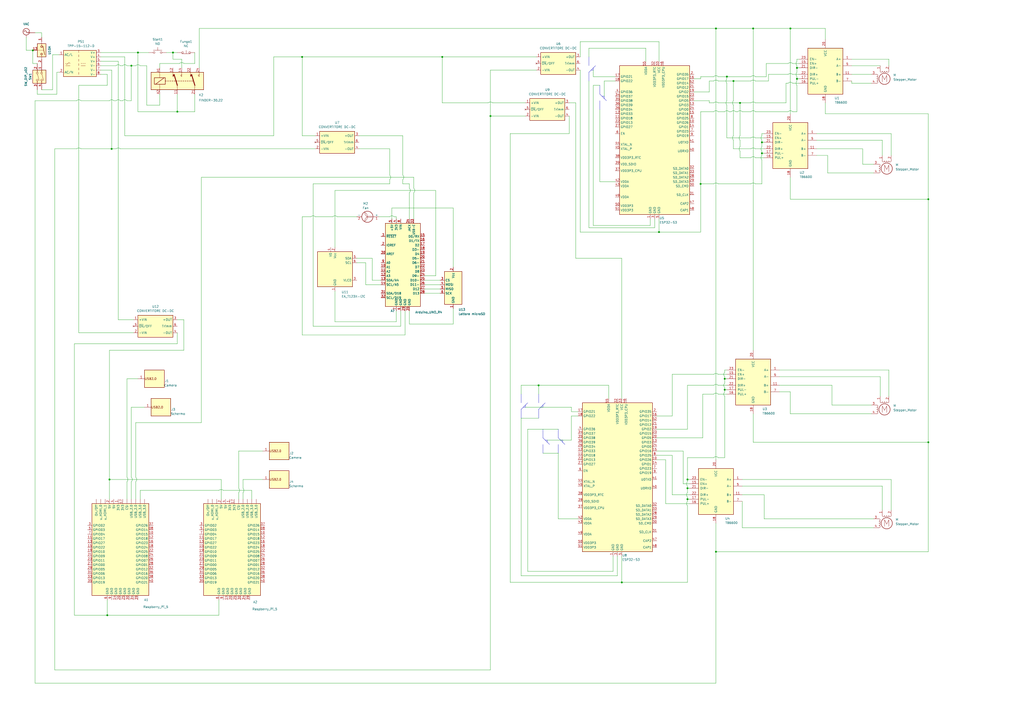
<source format=kicad_sch>
(kicad_sch (version 20231120) (generator "eeschema") (generator_version "8.0")
  (paper "User" 593.999 419.999)
  (title_block (title "Schema elettrico VertiStock") (date "2025-04-05") (rev "2") (company "Gruppo 02"))
  (junction (at 360.68 337.82))
  (junction (at 441.96 88.9))
  (junction (at 429.26 59.69))
  (junction (at 100.33 30.48))
  (junction (at 63.5 278.13))
  (junction (at 462.28 45.72))
  (junction (at 398.78 283.21))
  (junction (at 420.37 219.71))
  (junction (at 62.23 356.87))
  (junction (at 80.01 30.48))
  (junction (at 64.77 86.36))
  (junction (at 421.64 44.45))
  (junction (at 398.78 278.13))
  (junction (at 415.29 320.04))
  (junction (at 441.96 82.55))
  (junction (at 538.48 115.57))
  (junction (at 256.54 33.02))
  (junction (at 436.88 16.51))
  (junction (at 425.45 46.99))
  (junction (at 538.48 256.54))
  (junction (at 102.87 64.77))
  (junction (at 420.37 226.06))
  (junction (at 398.78 289.56))
  (junction (at 458.47 16.51))
  (junction (at 312.42 223.52))
  (junction (at 19.05 29.21))
  (junction (at 462.28 39.37))
  (junction (at 284.48 67.31))
  (junction (at 76.2 38.1))
  (junction (at 382.27 134.62))
  (junction (at 175.26 33.02))
  (junction (at 406.4 106.68))
  (junction (at 415.29 16.51))
  (wire (pts (xy 500.38 95.25) (xy 506.73 95.25)))
  (wire (pts (xy 138.43 261.62) (xy 138.43 283.21)))
  (wire (pts (xy 482.6 223.52) (xy 452.12 223.52)))
  (wire (pts (xy 438.15 46.99) (xy 445.77 46.99)))
  (wire (pts (xy 356.87 105.41) (xy 347.98 105.41)))
  (wire (pts (xy 78.74 279.4) (xy 78.74 289.56)))
  (wire (pts (xy 429.26 81.28) (xy 429.26 85.09)))
  (wire (pts (xy 473.71 81.28) (xy 511.81 81.28)))
  (wire (pts (xy 420.37 214.63) (xy 421.64 214.63)))
  (wire (pts (xy 402.59 53.34) (xy 411.48 53.34)))
  (wire (pts (xy 64.77 86.36) (xy 67.31 86.36)))
  (wire (pts (xy 458.47 102.87) (xy 458.47 115.57)))
  (wire (pts (xy 406.4 64.77) (xy 414.02 64.77)))
  (wire (pts (xy 58.42 40.64) (xy 64.77 40.64)))
  (wire (pts (xy 262.89 187.96) (xy 237.49 187.96)))
  (wire (pts (xy 415.29 16.51) (xy 436.88 16.51)))
  (wire (pts (xy 425.45 81.28) (xy 425.45 86.36)))
  (wire (pts (xy 381 261.62) (xy 396.24 261.62)))
  (wire (pts (xy 482.6 234.95) (xy 482.6 223.52)))
  (wire (pts (xy 295.91 337.82) (xy 360.68 337.82)))
  (wire (pts (xy 102.87 64.77) (xy 113.03 64.77)))
  (polyline (pts (xy 350.52 57.15) (xy 350.52 55.88)))
  (wire (pts (xy 302.26 223.52) (xy 312.42 223.52)))
  (wire (pts (xy 262.89 120.65) (xy 227.33 120.65)))
  (wire (pts (xy 229.87 125.73) (xy 229.87 127)))
  (wire (pts (xy 341.63 46.99) (xy 341.63 132.08)))
  (wire (pts (xy 334.01 59.69) (xy 334.01 149.86)))
  (wire (pts (xy 331.47 241.3) (xy 331.47 255.27)))
  (wire (pts (xy 441.96 82.55) (xy 443.23 82.55)))
  (wire (pts (xy 420.37 224.79) (xy 420.37 226.06)))
  (wire (pts (xy 510.54 218.44) (xy 510.54 229.87)))
  (wire (pts (xy 335.28 241.3) (xy 331.47 241.3)))
  (wire (pts (xy 106.68 203.2) (xy 63.5 203.2)))
  (wire (pts (xy 102.87 193.04) (xy 102.87 199.39)))
  (wire (pts (xy 19.05 29.21) (xy 19.05 36.83)))
  (wire (pts (xy 81.28 38.1) (xy 85.09 38.1)))
  (wire (pts (xy 441.96 77.47) (xy 443.23 77.47)))
  (wire (pts (xy 208.28 78.74) (xy 233.68 78.74)))
  (wire (pts (xy 46.99 86.36) (xy 64.77 86.36)))
  (wire (pts (xy 473.71 77.47) (xy 516.89 77.47)))
  (wire (pts (xy 494.03 48.26) (xy 505.46 48.26)))
  (wire (pts (xy 441.96 81.28) (xy 441.96 82.55)))
  (wire (pts (xy 425.45 46.99) (xy 425.45 58.42)))
  (wire (pts (xy 96.52 30.48) (xy 100.33 30.48)))
  (wire (pts (xy 398.78 289.56) (xy 398.78 290.83)))
  (wire (pts (xy 302.26 242.57) (xy 312.42 242.57)))
  (wire (pts (xy 106.68 185.42) (xy 106.68 203.2)))
  (wire (pts (xy 285.75 59.69) (xy 304.8 59.69)))
  (wire (pts (xy 62.23 356.87) (xy 127 356.87)))
  (wire (pts (xy 416.56 46.99) (xy 425.45 46.99)))
  (wire (pts (xy 416.56 223.52) (xy 421.64 223.52)))
  (wire (pts (xy 374.65 35.56) (xy 374.65 27.94)))
  (wire (pts (xy 441.96 82.55) (xy 441.96 85.09)))
  (wire (pts (xy 516.89 77.47) (xy 516.89 90.17)))
  (wire (pts (xy 406.4 106.68) (xy 406.4 134.62)))
  (wire (pts (xy 232.41 189.23) (xy 232.41 180.34)))
  (wire (pts (xy 58.42 30.48) (xy 80.01 30.48)))
  (wire (pts (xy 398.78 283.21) (xy 400.05 283.21)))
  (wire (pts (xy 455.93 48.26) (xy 457.2 48.26)))
  (wire (pts (xy 63.5 278.13) (xy 63.5 289.56)))
  (wire (pts (xy 389.89 287.02) (xy 389.89 264.16)))
  (wire (pts (xy 415.29 320.04) (xy 415.29 396.24)))
  (wire (pts (xy 182.88 78.74) (xy 175.26 78.74)))
  (wire (pts (xy 416.56 265.43) (xy 420.37 265.43)))
  (wire (pts (xy 64.77 40.64) (xy 64.77 86.36)))
  (wire (pts (xy 237.49 106.68) (xy 237.49 109.22)))
  (wire (pts (xy 382.27 134.62) (xy 406.4 134.62)))
  (wire (pts (xy 138.43 285.75) (xy 138.43 289.56)))
  (wire (pts (xy 175.26 194.31) (xy 234.95 194.31)))
  (wire (pts (xy 256.54 59.69) (xy 256.54 33.02)))
  (wire (pts (xy 256.54 59.69) (xy 283.21 59.69)))
  (wire (pts (xy 20.32 58.42) (xy 44.45 58.42)))
  (wire (pts (xy 175.26 125.73) (xy 180.34 125.73)))
  (polyline (pts (xy 314.96 254) (xy 314.96 248.92)))
  (wire (pts (xy 68.58 35.56) (xy 68.58 185.42)))
  (wire (pts (xy 416.56 44.45) (xy 421.64 44.45)))
  (wire (pts (xy 140.97 285.75) (xy 140.97 289.56)))
  (wire (pts (xy 262.89 179.07) (xy 262.89 187.96)))
  (wire (pts (xy 219.71 125.73) (xy 226.06 125.73)))
  (wire (pts (xy 478.79 16.51) (xy 478.79 22.86)))
  (wire (pts (xy 69.85 58.42) (xy 71.12 58.42)))
  (wire (pts (xy 331.47 238.76) (xy 331.47 236.22)))
  (wire (pts (xy 234.95 194.31) (xy 234.95 180.34)))
  (wire (pts (xy 441.96 92.71) (xy 441.96 106.68)))
  (wire (pts (xy 462.28 38.1) (xy 462.28 39.37)))
  (wire (pts (xy 452.12 227.33) (xy 458.47 227.33)))
  (polyline (pts (xy 317.5 256.54) (xy 314.96 254)))
  (wire (pts (xy 458.47 227.33) (xy 458.47 240.03)))
  (wire (pts (xy 441.96 77.47) (xy 441.96 78.74)))
  (polyline (pts (xy 350.52 57.15) (xy 347.98 54.61)))
  (wire (pts (xy 69.85 38.1) (xy 71.12 38.1)))
  (wire (pts (xy 256.54 33.02) (xy 175.26 33.02)))
  (wire (pts (xy 105.41 39.37) (xy 105.41 34.29)))
  (wire (pts (xy 462.28 44.45) (xy 462.28 45.72)))
  (wire (pts (xy 398.78 248.92) (xy 381 248.92)))
  (wire (pts (xy 246.38 167.64) (xy 255.27 167.64)))
  (wire (pts (xy 140.97 278.13) (xy 140.97 283.21)))
  (wire (pts (xy 43.18 199.39) (xy 43.18 356.87)))
  (wire (pts (xy 86.36 30.48) (xy 80.01 30.48)))
  (wire (pts (xy 500.38 86.36) (xy 473.71 86.36)))
  (wire (pts (xy 444.5 44.45) (xy 444.5 36.83)))
  (wire (pts (xy 436.88 16.51) (xy 458.47 16.51)))
  (wire (pts (xy 438.15 80.01) (xy 443.23 80.01)))
  (wire (pts (xy 181.61 106.68) (xy 226.06 106.68)))
  (wire (pts (xy 138.43 261.62) (xy 152.4 261.62)))
  (wire (pts (xy 302.26 242.57) (xy 302.26 334.01)))
  (polyline (pts (xy 317.5 256.54) (xy 317.5 255.27)))
  (wire (pts (xy 215.9 149.86) (xy 215.9 162.56)))
  (wire (pts (xy 411.48 53.34) (xy 411.48 46.99)))
  (wire (pts (xy 398.78 289.56) (xy 400.05 289.56)))
  (polyline (pts (xy 306.07 233.68) (xy 304.8 234.95)))
  (wire (pts (xy 416.56 106.68) (xy 435.61 106.68)))
  (polyline (pts (xy 341.63 33.02) (xy 341.63 38.1)))
  (wire (pts (xy 398.78 278.13) (xy 398.78 279.4)))
  (polyline (pts (xy 326.39 255.27) (xy 325.12 255.27)))
  (wire (pts (xy 237.49 111.76) (xy 237.49 127)))
  (wire (pts (xy 398.78 265.43) (xy 398.78 278.13)))
  (wire (pts (xy 516.89 278.13) (xy 516.89 295.91)))
  (wire (pts (xy 194.31 143.51) (xy 194.31 110.49)))
  (wire (pts (xy 398.78 223.52) (xy 414.02 223.52)))
  (wire (pts (xy 407.67 228.6) (xy 407.67 254)))
  (wire (pts (xy 462.28 45.72) (xy 463.55 45.72)))
  (wire (pts (xy 398.78 223.52) (xy 398.78 248.92)))
  (wire (pts (xy 100.33 30.48) (xy 102.87 30.48)))
  (wire (pts (xy 478.79 59.69) (xy 478.79 66.04)))
  (wire (pts (xy 459.74 43.18) (xy 463.55 43.18)))
  (wire (pts (xy 73.66 58.42) (xy 76.2 58.42)))
  (polyline (pts (xy 312.42 237.49) (xy 312.42 242.57)))
  (wire (pts (xy 441.96 88.9) (xy 441.96 90.17)))
  (wire (pts (xy 494.03 46.99) (xy 494.03 48.26)))
  (wire (pts (xy 311.15 33.02) (xy 256.54 33.02)))
  (wire (pts (xy 295.91 77.47) (xy 295.91 337.82)))
  (polyline (pts (xy 314.96 262.89) (xy 314.96 257.81)))
  (wire (pts (xy 386.08 292.1) (xy 400.05 292.1)))
  (wire (pts (xy 81.28 284.48) (xy 81.28 289.56)))
  (wire (pts (xy 430.53 306.07) (xy 506.73 306.07)))
  (wire (pts (xy 284.48 67.31) (xy 304.8 67.31)))
  (wire (pts (xy 379.73 132.08) (xy 341.63 132.08)))
  (wire (pts (xy 538.48 66.04) (xy 538.48 115.57)))
  (wire (pts (xy 406.4 106.68) (xy 414.02 106.68)))
  (wire (pts (xy 458.47 240.03) (xy 505.46 240.03)))
  (wire (pts (xy 420.37 229.87) (xy 420.37 265.43)))
  (polyline (pts (xy 344.17 39.37) (xy 344.17 40.64)))
  (wire (pts (xy 72.39 33.02) (xy 72.39 78.74)))
  (wire (pts (xy 336.55 134.62) (xy 382.27 134.62)))
  (wire (pts (xy 113.03 30.48) (xy 113.03 36.83)))
  (wire (pts (xy 227.33 120.65) (xy 227.33 127)))
  (polyline (pts (xy 341.63 41.91) (xy 341.63 46.99)))
  (wire (pts (xy 129.54 284.48) (xy 146.05 284.48)))
  (wire (pts (xy 106.68 36.83) (xy 113.03 36.83)))
  (wire (pts (xy 102.87 185.42) (xy 106.68 185.42)))
  (wire (pts (xy 426.72 64.77) (xy 427.99 64.77)))
  (wire (pts (xy 430.53 64.77) (xy 435.61 64.77)))
  (wire (pts (xy 330.2 67.31) (xy 330.2 77.47)))
  (wire (pts (xy 406.4 44.45) (xy 406.4 45.72)))
  (polyline (pts (xy 345.44 38.1) (xy 344.17 39.37)))
  (wire (pts (xy 31.75 388.62) (xy 31.75 86.36)))
  (wire (pts (xy 430.53 281.94) (xy 511.81 281.94)))
  (wire (pts (xy 246.38 170.18) (xy 255.27 170.18)))
  (wire (pts (xy 284.48 67.31) (xy 284.48 388.62)))
  (wire (pts (xy 194.31 186.69) (xy 229.87 186.69)))
  (wire (pts (xy 398.78 281.94) (xy 398.78 283.21)))
  (wire (pts (xy 73.66 279.4) (xy 73.66 289.56)))
  (wire (pts (xy 31.75 388.62) (xy 284.48 388.62)))
  (polyline (pts (xy 316.23 233.68) (xy 314.96 234.95)))
  (wire (pts (xy 379.73 127) (xy 379.73 132.08)))
  (wire (pts (xy 68.58 35.56) (xy 58.42 35.56)))
  (wire (pts (xy 452.12 218.44) (xy 510.54 218.44)))
  (wire (pts (xy 85.09 38.1) (xy 85.09 60.96)))
  (wire (pts (xy 246.38 165.1) (xy 255.27 165.1)))
  (wire (pts (xy 353.06 223.52) (xy 353.06 231.14)))
  (wire (pts (xy 15.24 21.59) (xy 15.24 29.21)))
  (wire (pts (xy 21.59 52.07) (xy 21.59 54.61)))
  (wire (pts (xy 312.42 223.52) (xy 312.42 228.6)))
  (wire (pts (xy 233.68 78.74) (xy 233.68 101.6)))
  (wire (pts (xy 347.98 63.5) (xy 347.98 105.41)))
  (wire (pts (xy 344.17 44.45) (xy 356.87 44.45)))
  (wire (pts (xy 81.28 284.48) (xy 127 284.48)))
  (wire (pts (xy 458.47 16.51) (xy 478.79 16.51)))
  (wire (pts (xy 360.68 322.58) (xy 360.68 337.82)))
  (wire (pts (xy 207.01 149.86) (xy 215.9 149.86)))
  (polyline (pts (xy 314.96 234.95) (xy 312.42 237.49)))
  (wire (pts (xy 116.84 102.87) (xy 116.84 245.11)))
  (wire (pts (xy 422.91 64.77) (xy 424.18 64.77)))
  (wire (pts (xy 127 356.87) (xy 127 347.98)))
  (wire (pts (xy 438.15 44.45) (xy 444.5 44.45)))
  (wire (pts (xy 415.29 16.51) (xy 415.29 266.7)))
  (wire (pts (xy 421.64 44.45) (xy 435.61 44.45)))
  (wire (pts (xy 30.48 31.75) (xy 34.29 31.75)))
  (wire (pts (xy 78.74 245.11) (xy 78.74 276.86)))
  (wire (pts (xy 344.17 49.53) (xy 347.98 49.53)))
  (wire (pts (xy 459.74 64.77) (xy 462.28 64.77)))
  (wire (pts (xy 311.15 40.64) (xy 284.48 40.64)))
  (wire (pts (xy 344.17 49.53) (xy 344.17 130.81)))
  (polyline (pts (xy 344.17 40.64) (xy 342.9 40.64)))
  (wire (pts (xy 429.26 87.63) (xy 429.26 91.44)))
  (wire (pts (xy 58.42 33.02) (xy 72.39 33.02)))
  (wire (pts (xy 336.55 40.64) (xy 336.55 134.62)))
  (wire (pts (xy 458.47 16.51) (xy 458.47 66.04)))
  (wire (pts (xy 478.79 66.04) (xy 538.48 66.04)))
  (wire (pts (xy 511.81 281.94) (xy 511.81 295.91)))
  (wire (pts (xy 402.59 58.42) (xy 411.48 58.42)))
  (wire (pts (xy 462.28 39.37) (xy 463.55 39.37)))
  (wire (pts (xy 63.5 203.2) (xy 63.5 278.13)))
  (wire (pts (xy 252.73 110.49) (xy 252.73 160.02)))
  (wire (pts (xy 304.8 236.22) (xy 331.47 236.22)))
  (wire (pts (xy 69.85 86.36) (xy 182.88 86.36)))
  (wire (pts (xy 436.88 16.51) (xy 436.88 203.2)))
  (wire (pts (xy 398.78 288.29) (xy 398.78 289.56)))
  (polyline (pts (xy 302.26 228.6) (xy 302.26 233.68)))
  (wire (pts (xy 411.48 59.69) (xy 414.02 59.69)))
  (wire (pts (xy 146.05 289.56) (xy 146.05 284.48)))
  (wire (pts (xy 494.03 43.18) (xy 505.46 43.18)))
  (wire (pts (xy 31.75 86.36) (xy 44.45 86.36)))
  (wire (pts (xy 334.01 149.86) (xy 360.68 149.86)))
  (wire (pts (xy 480.06 90.17) (xy 480.06 100.33)))
  (wire (pts (xy 45.72 49.53) (xy 45.72 193.04)))
  (wire (pts (xy 511.81 81.28) (xy 511.81 90.17)))
  (wire (pts (xy 175.26 33.02) (xy 158.75 33.02)))
  (wire (pts (xy 344.17 40.64) (xy 344.17 44.45)))
  (wire (pts (xy 73.66 38.1) (xy 76.2 38.1)))
  (wire (pts (xy 462.28 49.53) (xy 462.28 64.77)))
  (wire (pts (xy 80.01 64.77) (xy 102.87 64.77)))
  (wire (pts (xy 330.2 59.69) (xy 334.01 59.69)))
  (wire (pts (xy 355.6 322.58) (xy 355.6 331.47)))
  (wire (pts (xy 212.09 165.1) (xy 220.98 165.1)))
  (wire (pts (xy 430.53 306.07) (xy 430.53 290.83)))
  (wire (pts (xy 262.89 154.94) (xy 262.89 120.65)))
  (wire (pts (xy 377.19 127) (xy 377.19 130.81)))
  (wire (pts (xy 63.5 278.13) (xy 128.27 278.13)))
  (wire (pts (xy 480.06 100.33) (xy 506.73 100.33)))
  (wire (pts (xy 58.42 38.1) (xy 67.31 38.1)))
  (wire (pts (xy 441.96 87.63) (xy 441.96 88.9)))
  (wire (pts (xy 228.6 125.73) (xy 229.87 125.73)))
  (polyline (pts (xy 304.8 234.95) (xy 304.8 236.22)))
  (wire (pts (xy 436.88 240.03) (xy 436.88 256.54)))
  (polyline (pts (xy 323.85 254) (xy 323.85 248.92)))
  (wire (pts (xy 66.04 58.42) (xy 67.31 58.42)))
  (wire (pts (xy 389.89 264.16) (xy 381 264.16)))
  (wire (pts (xy 389.89 217.17) (xy 389.89 241.3)))
  (wire (pts (xy 341.63 27.94) (xy 341.63 33.02)))
  (wire (pts (xy 358.14 334.01) (xy 302.26 334.01)))
  (wire (pts (xy 358.14 322.58) (xy 358.14 334.01)))
  (wire (pts (xy 181.61 189.23) (xy 232.41 189.23)))
  (wire (pts (xy 72.39 78.74) (xy 158.75 78.74)))
  (wire (pts (xy 46.99 58.42) (xy 63.5 58.42)))
  (wire (pts (xy 407.67 228.6) (xy 414.02 228.6)))
  (wire (pts (xy 360.68 149.86) (xy 360.68 231.14)))
  (wire (pts (xy 411.48 46.99) (xy 414.02 46.99)))
  (wire (pts (xy 350.52 46.99) (xy 350.52 55.88)))
  (wire (pts (xy 195.58 125.73) (xy 207.01 125.73)))
  (wire (pts (xy 312.42 223.52) (xy 353.06 223.52)))
  (wire (pts (xy 76.2 279.4) (xy 76.2 289.56)))
  (wire (pts (xy 335.28 300.99) (xy 323.85 300.99)))
  (wire (pts (xy 406.4 64.77) (xy 406.4 106.68)))
  (polyline (pts (xy 347.98 63.5) (xy 347.98 58.42)))
  (wire (pts (xy 33.02 54.61) (xy 33.02 41.91)))
  (polyline (pts (xy 351.79 58.42) (xy 350.52 57.15)))
  (wire (pts (xy 105.41 34.29) (xy 100.33 34.29)))
  (polyline (pts (xy 344.17 39.37) (xy 341.63 41.91)))
  (wire (pts (xy 229.87 186.69) (xy 229.87 180.34)))
  (wire (pts (xy 381 254) (xy 407.67 254)))
  (wire (pts (xy 302.26 223.52) (xy 302.26 228.6)))
  (wire (pts (xy 240.03 102.87) (xy 116.84 102.87)))
  (wire (pts (xy 420.37 214.63) (xy 420.37 215.9)))
  (wire (pts (xy 416.56 228.6) (xy 421.64 228.6)))
  (wire (pts (xy 415.29 303.53) (xy 415.29 320.04)))
  (wire (pts (xy 515.62 214.63) (xy 515.62 229.87)))
  (wire (pts (xy 85.09 60.96) (xy 92.71 60.96)))
  (wire (pts (xy 396.24 280.67) (xy 400.05 280.67)))
  (wire (pts (xy 402.59 45.72) (xy 406.4 45.72)))
  (wire (pts (xy 215.9 162.56) (xy 220.98 162.56)))
  (wire (pts (xy 455.93 59.69) (xy 455.93 48.26)))
  (wire (pts (xy 45.72 193.04) (xy 77.47 193.04)))
  (wire (pts (xy 416.56 64.77) (xy 420.37 64.77)))
  (wire (pts (xy 389.89 287.02) (xy 400.05 287.02)))
  (wire (pts (xy 115.57 39.37) (xy 115.57 16.51)))
  (wire (pts (xy 420.37 218.44) (xy 420.37 219.71)))
  (wire (pts (xy 240.03 102.87) (xy 240.03 109.22)))
  (wire (pts (xy 436.88 256.54) (xy 538.48 256.54)))
  (wire (pts (xy 398.78 283.21) (xy 398.78 285.75)))
  (wire (pts (xy 438.15 91.44) (xy 443.23 91.44)))
  (wire (pts (xy 494.03 38.1) (xy 510.54 38.1)))
  (wire (pts (xy 207.01 152.4) (xy 212.09 152.4)))
  (wire (pts (xy 355.6 331.47) (xy 306.07 331.47)))
  (polyline (pts (xy 323.85 262.89) (xy 323.85 257.81)))
  (wire (pts (xy 181.61 106.68) (xy 181.61 189.23)))
  (wire (pts (xy 330.2 77.47) (xy 295.91 77.47)))
  (wire (pts (xy 435.61 91.44) (xy 429.26 91.44)))
  (wire (pts (xy 538.48 256.54) (xy 538.48 320.04)))
  (wire (pts (xy 443.23 287.02) (xy 430.53 287.02)))
  (polyline (pts (xy 314.96 236.22) (xy 313.69 236.22)))
  (wire (pts (xy 386.08 292.1) (xy 386.08 266.7)))
  (wire (pts (xy 20.32 19.05) (xy 24.13 19.05)))
  (wire (pts (xy 389.89 217.17) (xy 414.02 217.17)))
  (wire (pts (xy 462.28 45.72) (xy 462.28 46.99)))
  (wire (pts (xy 92.71 60.96) (xy 92.71 54.61)))
  (wire (pts (xy 24.13 52.07) (xy 30.48 52.07)))
  (wire (pts (xy 482.6 234.95) (xy 505.46 234.95)))
  (wire (pts (xy 462.28 34.29) (xy 463.55 34.29)))
  (wire (pts (xy 416.56 59.69) (xy 429.26 59.69)))
  (wire (pts (xy 212.09 152.4) (xy 212.09 165.1)))
  (wire (pts (xy 194.31 110.49) (xy 252.73 110.49)))
  (wire (pts (xy 382.27 24.13) (xy 382.27 35.56)))
  (wire (pts (xy 76.2 236.22) (xy 83.82 236.22)))
  (wire (pts (xy 175.26 125.73) (xy 175.26 194.31)))
  (wire (pts (xy 406.4 44.45) (xy 414.02 44.45)))
  (wire (pts (xy 425.45 46.99) (xy 435.61 46.99)))
  (wire (pts (xy 356.87 46.99) (xy 350.52 46.99)))
  (polyline (pts (xy 302.26 237.49) (xy 302.26 242.57)))
  (wire (pts (xy 100.33 34.29) (xy 100.33 30.48)))
  (wire (pts (xy 421.64 48.26) (xy 421.64 58.42)))
  (wire (pts (xy 15.24 29.21) (xy 19.05 29.21)))
  (wire (pts (xy 443.23 300.99) (xy 506.73 300.99)))
  (wire (pts (xy 411.48 58.42) (xy 411.48 59.69)))
  (wire (pts (xy 226.06 86.36) (xy 226.06 101.6)))
  (wire (pts (xy 33.02 41.91) (xy 34.29 41.91)))
  (wire (pts (xy 20.32 58.42) (xy 20.32 396.24)))
  (wire (pts (xy 62.23 43.18) (xy 58.42 43.18)))
  (polyline (pts (xy 326.39 256.54) (xy 323.85 254)))
  (polyline (pts (xy 318.77 257.81) (xy 317.5 256.54)))
  (wire (pts (xy 80.01 30.48) (xy 80.01 64.77)))
  (wire (pts (xy 73.66 219.71) (xy 73.66 276.86)))
  (wire (pts (xy 386.08 266.7) (xy 381 266.7)))
  (wire (pts (xy 500.38 95.25) (xy 500.38 86.36)))
  (wire (pts (xy 115.57 16.51) (xy 415.29 16.51)))
  (polyline (pts (xy 326.39 256.54) (xy 326.39 255.27)))
  (wire (pts (xy 420.37 219.71) (xy 421.64 219.71)))
  (wire (pts (xy 443.23 300.99) (xy 443.23 287.02)))
  (wire (pts (xy 21.59 54.61) (xy 33.02 54.61)))
  (wire (pts (xy 30.48 52.07) (xy 30.48 31.75)))
  (wire (pts (xy 20.32 396.24) (xy 415.29 396.24)))
  (wire (pts (xy 459.74 48.26) (xy 463.55 48.26)))
  (wire (pts (xy 415.29 320.04) (xy 538.48 320.04)))
  (wire (pts (xy 306.07 331.47) (xy 306.07 248.92)))
  (wire (pts (xy 462.28 34.29) (xy 462.28 35.56)))
  (wire (pts (xy 128.27 278.13) (xy 128.27 289.56)))
  (wire (pts (xy 438.15 64.77) (xy 457.2 64.77)))
  (wire (pts (xy 233.68 104.14) (xy 233.68 106.68)))
  (wire (pts (xy 76.2 236.22) (xy 76.2 276.86)))
  (wire (pts (xy 462.28 39.37) (xy 462.28 41.91)))
  (wire (pts (xy 76.2 38.1) (xy 76.2 58.42)))
  (wire (pts (xy 344.17 130.81) (xy 377.19 130.81)))
  (wire (pts (xy 175.26 78.74) (xy 175.26 33.02)))
  (wire (pts (xy 73.66 219.71) (xy 80.01 219.71)))
  (wire (pts (xy 116.84 245.11) (xy 78.74 245.11)))
  (wire (pts (xy 68.58 185.42) (xy 77.47 185.42)))
  (polyline (pts (xy 347.98 54.61) (xy 347.98 49.53)))
  (wire (pts (xy 43.18 356.87) (xy 62.23 356.87)))
  (wire (pts (xy 323.85 262.89) (xy 323.85 300.99)))
  (wire (pts (xy 306.07 248.92) (xy 323.85 248.92)))
  (wire (pts (xy 421.64 60.96) (xy 421.64 80.01)))
  (wire (pts (xy 515.62 34.29) (xy 515.62 38.1)))
  (polyline (pts (xy 350.52 55.88) (xy 349.25 55.88)))
  (wire (pts (xy 435.61 86.36) (xy 425.45 86.36)))
  (wire (pts (xy 152.4 278.13) (xy 140.97 278.13)))
  (wire (pts (xy 374.65 27.94) (xy 341.63 27.94)))
  (wire (pts (xy 237.49 106.68) (xy 233.68 106.68)))
  (wire (pts (xy 237.49 187.96) (xy 237.49 180.34)))
  (wire (pts (xy 62.23 49.53) (xy 62.23 43.18)))
  (wire (pts (xy 102.87 64.77) (xy 102.87 54.61)))
  (wire (pts (xy 182.88 125.73) (xy 193.04 125.73)))
  (wire (pts (xy 429.26 59.69) (xy 435.61 59.69)))
  (wire (pts (xy 360.68 337.82) (xy 398.78 337.82)))
  (wire (pts (xy 92.71 36.83) (xy 104.14 36.83)))
  (polyline (pts (xy 314.96 234.95) (xy 314.96 236.22)))
  (wire (pts (xy 336.55 24.13) (xy 382.27 24.13)))
  (wire (pts (xy 24.13 19.05) (xy 24.13 21.59)))
  (wire (pts (xy 438.15 86.36) (xy 443.23 86.36)))
  (wire (pts (xy 444.5 36.83) (xy 457.2 36.83)))
  (wire (pts (xy 538.48 115.57) (xy 538.48 256.54)))
  (wire (pts (xy 240.03 111.76) (xy 240.03 127)))
  (wire (pts (xy 421.64 44.45) (xy 421.64 45.72)))
  (wire (pts (xy 381 241.3) (xy 389.89 241.3)))
  (wire (pts (xy 246.38 162.56) (xy 255.27 162.56)))
  (wire (pts (xy 480.06 90.17) (xy 473.71 90.17)))
  (wire (pts (xy 445.77 46.99) (xy 445.77 43.18)))
  (wire (pts (xy 76.2 38.1) (xy 78.74 38.1)))
  (wire (pts (xy 335.28 238.76) (xy 331.47 238.76)))
  (polyline (pts (xy 304.8 236.22) (xy 303.53 236.22)))
  (wire (pts (xy 425.45 60.96) (xy 425.45 78.74)))
  (wire (pts (xy 416.56 217.17) (xy 421.64 217.17)))
  (wire (pts (xy 452.12 214.63) (xy 515.62 214.63)))
  (polyline (pts (xy 304.8 234.95) (xy 302.26 237.49)))
  (wire (pts (xy 494.03 34.29) (xy 515.62 34.29)))
  (wire (pts (xy 194.31 168.91) (xy 194.31 186.69)))
  (wire (pts (xy 92.71 36.83) (xy 92.71 39.37)))
  (wire (pts (xy 441.96 88.9) (xy 443.23 88.9)))
  (wire (pts (xy 336.55 24.13) (xy 336.55 33.02)))
  (polyline (pts (xy 317.5 255.27) (xy 316.23 255.27)))
  (wire (pts (xy 208.28 86.36) (xy 226.06 86.36)))
  (wire (pts (xy 113.03 64.77) (xy 113.03 54.61)))
  (polyline (pts (xy 327.66 257.81) (xy 326.39 256.54)))
  (wire (pts (xy 438.15 59.69) (xy 455.93 59.69)))
  (wire (pts (xy 102.87 199.39) (xy 43.18 199.39)))
  (wire (pts (xy 398.78 265.43) (xy 414.02 265.43)))
  (wire (pts (xy 420.37 226.06) (xy 421.64 226.06)))
  (wire (pts (xy 396.24 280.67) (xy 396.24 261.62)))
  (wire (pts (xy 430.53 278.13) (xy 516.89 278.13)))
  (wire (pts (xy 445.77 43.18) (xy 457.2 43.18)))
  (wire (pts (xy 458.47 115.57) (xy 538.48 115.57)))
  (wire (pts (xy 398.78 278.13) (xy 400.05 278.13)))
  (wire (pts (xy 459.74 36.83) (xy 463.55 36.83)))
  (wire (pts (xy 252.73 160.02) (xy 246.38 160.02)))
  (wire (pts (xy 158.75 33.02) (xy 158.75 78.74)))
  (wire (pts (xy 317.5 255.27) (xy 331.47 255.27)))
  (wire (pts (xy 284.48 40.64) (xy 284.48 67.31)))
  (wire (pts (xy 21.59 36.83) (xy 19.05 36.83)))
  (wire (pts (xy 226.06 104.14) (xy 226.06 106.68)))
  (polyline (pts (xy 312.42 228.6) (xy 312.42 233.68)))
  (wire (pts (xy 420.37 219.71) (xy 420.37 222.25)))
  (wire (pts (xy 398.78 293.37) (xy 398.78 337.82)))
  (wire (pts (xy 62.23 347.98) (xy 62.23 356.87)))
  (wire (pts (xy 382.27 127) (xy 382.27 134.62)))
  (wire (pts (xy 421.64 80.01) (xy 435.61 80.01)))
  (wire (pts (xy 314.96 262.89) (xy 323.85 262.89)))
  (wire (pts (xy 45.72 49.53) (xy 62.23 49.53)))
  (wire (pts (xy 420.37 226.06) (xy 420.37 227.33)))
  (wire (pts (xy 429.26 59.69) (xy 429.26 78.74)))
  (wire (pts (xy 438.15 106.68) (xy 441.96 106.68)))
  (arc (start 420.37 224.79) (mid 419.8439 223.52) (end 420.37 222.25) (stroke (width 0) (color 0 148 15 1)))
  (arc (start 44.45 86.3602) (mid 45.72 85.8341) (end 46.99 86.3602) (stroke (width 0) (color 0 148 15 1)))
  (arc (start 71.12 38.1002) (mid 72.39 37.5741) (end 73.66 38.1002) (stroke (width 0) (color 0 148 15 1)))
  (arc (start 441.96 87.63) (mid 441.4339 86.36) (end 441.96 85.09) (stroke (width 0) (color 0 148 15 1)))
  (rectangle (start 609.6 -24.13) (end 652.78 10.16))
  (arc (start 462.28 44.45) (mid 461.7539 43.18) (end 462.28 41.91) (stroke (width 0) (color 0 148 15 1)))
  (arc (start 193.04 125.7302) (mid 194.31 125.2041) (end 195.58 125.7302) (stroke (width 0) (color 0 148 15 1)))
  (arc (start 127 284.48) (mid 128.27 283.9539) (end 129.54 284.48) (stroke (width 0) (color 0 148 15 1)))
  (arc (start 457.2 43.18) (mid 458.47 42.6539) (end 459.74 43.18) (stroke (width 0) (color 0 148 15 1)))
  (arc (start 226.06 101.6) (mid 226.5861 102.87) (end 226.06 104.14) (stroke (width 0) (color 0 148 15 1)))
  (arc (start 414.02 217.17) (mid 415.29 216.6439) (end 416.56 217.17) (stroke (width 0) (color 0 148 15 1)))
  (arc (start 76.2 276.86) (mid 76.7261 278.13) (end 76.2 279.4) (stroke (width 0) (color 0 148 15 1)))
  (arc (start 180.34 125.7302) (mid 181.61 125.2041) (end 182.88 125.7302) (stroke (width 0) (color 0 148 15 1)))
  (arc (start 457.2 64.7702) (mid 458.47 64.2441) (end 459.74 64.7702) (stroke (width 0) (color 0 148 15 1)))
  (arc (start 457.2 48.26) (mid 458.47 47.7339) (end 459.74 48.26) (stroke (width 0) (color 0 148 15 1)))
  (arc (start 462.28 38.1) (mid 461.7539 36.83) (end 462.28 35.56) (stroke (width 0) (color 0 148 15 1)))
  (arc (start 414.02 46.99) (mid 415.29 46.4639) (end 416.56 46.99) (stroke (width 0) (color 0 148 15 1)))
  (arc (start 425.45 60.96) (mid 424.9239 59.69) (end 425.45 58.42) (stroke (width 0) (color 0 148 15 1)))
  (arc (start 435.61 59.69) (mid 436.88 59.1639) (end 438.15 59.69) (stroke (width 0) (color 0 148 15 1)))
  (arc (start 420.37 64.7702) (mid 421.64 64.2441) (end 422.91 64.7702) (stroke (width 0) (color 0 148 15 1)))
  (arc (start 283.21 59.6902) (mid 284.48 59.1641) (end 285.75 59.6902) (stroke (width 0) (color 0 148 15 1)))
  (arc (start 441.96 81.28) (mid 441.4339 80.01) (end 441.96 78.74) (stroke (width 0) (color 0 148 15 1)))
  (arc (start 138.43 283.21) (mid 138.9561 284.48) (end 138.43 285.75) (stroke (width 0) (color 0 148 15 1)))
  (arc (start 435.61 46.99) (mid 436.88 46.4639) (end 438.15 46.99) (stroke (width 0) (color 0 148 15 1)))
  (arc (start 44.45 58.4202) (mid 45.72 57.8941) (end 46.99 58.4202) (stroke (width 0) (color 0 148 15 1)))
  (arc (start 78.74 38.1002) (mid 80.01 37.5741) (end 81.28 38.1002) (stroke (width 0) (color 0 148 15 1)))
  (arc (start 429.26 87.63) (mid 428.7339 86.36) (end 429.26 85.09) (stroke (width 0) (color 0 148 15 1)))
  (arc (start 233.68 101.6) (mid 234.2061 102.87) (end 233.68 104.14) (stroke (width 0) (color 0 148 15 1)))
  (arc (start 421.64 48.26) (mid 421.1139 46.99) (end 421.64 45.72) (stroke (width 0) (color 0 148 15 1)))
  (arc (start 414.02 265.4302) (mid 415.29 264.9041) (end 416.56 265.4302) (stroke (width 0) (color 0 148 15 1)))
  (arc (start 73.66 276.86) (mid 74.1861 278.13) (end 73.66 279.4) (stroke (width 0) (color 0 148 15 1)))
  (arc (start 414.02 64.7702) (mid 415.29 64.2441) (end 416.56 64.7702) (stroke (width 0) (color 0 148 15 1)))
  (arc (start 427.99 64.7702) (mid 429.26 64.2441) (end 430.53 64.7702) (stroke (width 0) (color 0 148 15 1)))
  (arc (start 414.02 106.6802) (mid 415.29 106.1541) (end 416.56 106.6802) (stroke (width 0) (color 0 148 15 1)))
  (arc (start 424.18 64.7702) (mid 425.45 64.2441) (end 426.72 64.7702) (stroke (width 0) (color 0 148 15 1)))
  (arc (start 414.02 44.45) (mid 415.29 43.9239) (end 416.56 44.45) (stroke (width 0) (color 0 148 15 1)))
  (arc (start 78.74 276.86) (mid 79.2661 278.13) (end 78.74 279.4) (stroke (width 0) (color 0 148 15 1)))
  (arc (start 398.78 288.29) (mid 398.2539 287.02) (end 398.78 285.75) (stroke (width 0) (color 0 148 15 1)))
  (rectangle (start 351.79 -203.2) (end 417.83 -97.79))
  (rectangle (start 614.68 48.26) (end 692.15 147.32))
  (arc (start 425.45 81.28) (mid 424.9239 80.01) (end 425.45 78.74) (stroke (width 0) (color 0 148 15 1)))
  (arc (start 240.03 109.22) (mid 240.5561 110.49) (end 240.03 111.76) (stroke (width 0) (color 0 148 15 1)))
  (arc (start 398.78 281.94) (mid 398.2539 280.67) (end 398.78 279.4) (stroke (width 0) (color 0 148 15 1)))
  (arc (start 420.37 229.87) (mid 419.8439 228.6) (end 420.37 227.33) (stroke (width 0) (color 0 148 15 1)))
  (arc (start 435.61 86.3602) (mid 436.88 85.8341) (end 438.15 86.3602) (stroke (width 0) (color 0 148 15 1)))
  (arc (start 226.06 125.7302) (mid 227.33 125.2041) (end 228.6 125.7302) (stroke (width 0) (color 0 148 15 1)))
  (arc (start 414.02 223.52) (mid 415.29 222.9939) (end 416.56 223.52) (stroke (width 0) (color 0 148 15 1)))
  (arc (start 435.61 44.45) (mid 436.88 43.9239) (end 438.15 44.45) (stroke (width 0) (color 0 148 15 1)))
  (rectangle (start 466.09 -118.11) (end 568.96 -24.13))
  (arc (start 420.37 218.44) (mid 419.8439 217.17) (end 420.37 215.9) (stroke (width 0) (color 0 148 15 1)))
  (arc (start 414.02 59.69) (mid 415.29 59.1639) (end 416.56 59.69) (stroke (width 0) (color 0 148 15 1)))
  (arc (start 421.64 60.96) (mid 421.1139 59.69) (end 421.64 58.42) (stroke (width 0) (color 0 148 15 1)))
  (arc (start 71.12 58.4202) (mid 72.39 57.8941) (end 73.66 58.4202) (stroke (width 0) (color 0 148 15 1)))
  (arc (start 435.61 106.6802) (mid 436.88 106.1541) (end 438.15 106.6802) (stroke (width 0) (color 0 148 15 1)))
  (arc (start 140.97 283.21) (mid 141.4961 284.48) (end 140.97 285.75) (stroke (width 0) (color 0 148 15 1)))
  (arc (start 457.2 36.83) (mid 458.47 36.3039) (end 459.74 36.83) (stroke (width 0) (color 0 148 15 1)))
  (arc (start 104.14 36.8302) (mid 105.41 36.3041) (end 106.68 36.8302) (stroke (width 0) (color 0 148 15 1)))
  (arc (start 435.61 91.4402) (mid 436.88 90.9141) (end 438.15 91.4402) (stroke (width 0) (color 0 148 15 1)))
  (arc (start 67.31 86.3602) (mid 68.58 85.8341) (end 69.85 86.3602) (stroke (width 0) (color 0 148 15 1)))
  (arc (start 67.31 58.4202) (mid 68.58 57.8941) (end 69.85 58.4202) (stroke (width 0) (color 0 148 15 1)))
  (arc (start 237.49 109.22) (mid 238.0161 110.49) (end 237.49 111.76) (stroke (width 0) (color 0 148 15 1)))
  (arc (start 441.96 92.71) (mid 441.4339 91.44) (end 441.96 90.17) (stroke (width 0) (color 0 148 15 1)))
  (arc (start 429.26 81.28) (mid 428.7339 80.01) (end 429.26 78.74) (stroke (width 0) (color 0 148 15 1)))
  (rectangle (start 605.79 173.99) (end 718.82 373.38))
  (arc (start 435.61 80.0102) (mid 436.88 79.4841) (end 438.15 80.0102) (stroke (width 0) (color 0 148 15 1)))
  (arc (start 435.61 64.7702) (mid 436.88 64.2441) (end 438.15 64.7702) (stroke (width 0) (color 0 148 15 1)))
  (arc (start 462.28 49.53) (mid 461.7539 48.26) (end 462.28 46.99) (stroke (width 0) (color 0 148 15 1)))
  (arc (start 398.78 293.37) (mid 398.2539 292.1) (end 398.78 290.83) (stroke (width 0) (color 0 148 15 1)))
  (arc (start 63.5 58.4202) (mid 64.77 57.8941) (end 66.04 58.4202) (stroke (width 0) (color 0 148 15 1)))
  (arc (start 414.02 228.6) (mid 415.29 228.0739) (end 416.56 228.6) (stroke (width 0) (color 0 148 15 1)))
  (arc (start 67.31 38.1002) (mid 68.58 37.5741) (end 69.85 38.1002) (stroke (width 0) (color 0 148 15 1)))
  (text_box "Arduino r4" (at 392.43 -201.93 0) (size 24.13 8.89) (effects (font (size 2.54 2.54)) (justify left top)))
  (text_box "Alimentatore " (at 610.87 -22.86 0) (size 40.64 8.89) (effects (font (size 2.54 2.54)) (justify left top)))
  (text_box "Motori passo-passo" (at 615.95 49.53 0) (size 73.66 8.89) (effects (font (size 2.54 2.54)) (justify left top)))
  (text_box "Driver " (at 521.97 -116.84 0) (size 44.45 24.13) (effects (font (size 3.81 3.81)) (justify left top)))
  (text_box "Convertitore " (at 610.87 179.07 0) (size 93.98 7.62) (effects (font (size 2.54 2.54)) (justify left top)))
  (global_label "Da sistemare" (shape input) (at 614.68 392.43 0) (property "Intersheetrefs" "${INTERSHEET_REFS}" (effects (hide yes))))
  (symbol (lib_id "Connector_Generic:Conn_01x01") (at 163.83 264.16 0) (unit 1)
    (property "Reference" "J2" (at 167.894 262.89 0) (effects (justify left)))
    (property "Value" "Camera" (at 167.64 265.43 0) (effects (justify left)))
    (property "Description" "Generic connector, single row, 01x01, script generated (kicad-library-utils/schlib/autogen/connector/)" (effects (hide yes)))
  )
  (symbol (lib_name "TB6612FNG_1") (lib_id "Driver_Motor:TB6612FNG") (at 478.79 40.64 0) (unit 1)
    (property "Reference" "U1" (at 484.124 56.896 0) (effects (justify left)))
    (property "Value" "TB6600" (at 484.124 59.436 0) (effects (justify left)))
    (property "Footprint" "Package_SO:SSOP-24_5.3x8.2mm_P0.65mm" (effects (hide yes)))
    (property "Datasheet" "https://toshiba.semicon-storage.com/us/product/linear/motordriver/detail.TB6612FNG.html" (effects (hide yes)))
    (property "Description" "Driver IC for Dual DC motor, SSOP-24" (effects (hide yes)))
  )
  (symbol (lib_id "Motor:Fan") (at 212.09 125.73 270) (unit 1)
    (property "Reference" "M2" (at 212.09 118.11 90))
    (property "Value" "Fan" (at 212.09 120.65 90))
    (property "Description" "Fan" (effects (hide yes)))
  )
  (symbol (lib_name "TB6612FNG_1") (lib_id "Driver_Motor:TB6612FNG") (at 415.29 284.48 0) (unit 1)
    (property "Reference" "U4" (at 420.624 300.736 0) (effects (justify left)))
    (property "Value" "TB6600" (at 420.624 303.276 0) (effects (justify left)))
    (property "Footprint" "Package_SO:SSOP-24_5.3x8.2mm_P0.65mm" (effects (hide yes)))
    (property "Datasheet" "https://toshiba.semicon-storage.com/us/product/linear/motordriver/detail.TB6612FNG.html" (effects (hide yes)))
    (property "Description" "Driver IC for Dual DC motor, SSOP-24" (effects (hide yes)))
  )
  (symbol (lib_id "Regulator_Switching:LM2596S-ADJ") (at 323.85 35.56 0) (unit 1)
    (property "Reference" "U6" (at 323.85 25.4 0))
    (property "Value" "CONVERTITORE DC-DC" (at 323.85 27.94 0))
    (property "Footprint" "Package_TO_SOT_SMD:TO-263-5_TabPin3" (effects (hide yes)))
    (property "Datasheet" "http://www.ti.com/lit/ds/symlink/lm2596.pdf" (effects (hide yes)))
    (property "Description" "Adjustable 3A Step-Down Voltage Regulator, TO-263" (effects (hide yes)))
  )
  (symbol (lib_id "Motor:Stepper_Motor_bipolar") (at 513.08 237.49 0) (unit 1)
    (property "Reference" "M" (at 518.16 235.369 0) (effects (justify left)))
    (property "Value" "Stepper_Motor" (at 518.16 237.909 0) (effects (justify left)))
    (property "Datasheet" "http://www.infineon.com/dgdl/Application-Note-TLE8110EE_driving_UniPolarStepperMotor_V1.1.pdf?fileId=db3a30431be39b97011be5d0aa0a00b0" (effects (hide yes)))
    (property "Description" "4-wire bipolar stepper motor" (effects (hide yes)))
  )
  (symbol (lib_name "Conn_01x01_1") (lib_id "Connector_Generic:Conn_01x01") (at 95.25 238.76 0) (unit 1)
    (property "Reference" "J3" (at 99.314 237.49 0) (effects (justify left)))
    (property "Value" "Schermo" (at 99.06 240.03 0) (effects (justify left)))
    (property "Description" "Generic connector, single row, 01x01, script generated (kicad-library-utils/schlib/autogen/connector/)" (effects (hide yes)))
  )
  (symbol (lib_id "Relay:FINDER-30.22") (at 102.87 46.99 0) (unit 1)
    (property "Reference" "K2" (at 115.316 55.118 0) (effects (justify left)))
    (property "Value" "FINDER-30.22" (at 115.316 58.166 0) (effects (justify left)))
    (property "Footprint" "Relay_THT:Relay_DPDT_Finder_30.22" (effects (hide yes)))
    (property "Datasheet" "http://gfinder.findernet.com/assets/Series/354/S30EN.pdf" (effects (hide yes)))
    (property "Description" "FINDER 30.52, Dual Pole Relay, Subminiature 5mm Pitch, 2A" (effects (hide yes)))
  )
  (symbol (lib_name "Stepper_Motor_bipolar_2") (lib_id "Motor:Stepper_Motor_bipolar") (at 514.35 97.79 0) (unit 1)
    (property "Reference" "M" (at 519.43 95.669 0) (effects (justify left)))
    (property "Value" "Stepper_Motor" (at 519.43 98.209 0) (effects (justify left)))
    (property "Datasheet" "http://www.infineon.com/dgdl/Application-Note-TLE8110EE_driving_UniPolarStepperMotor_V1.1.pdf?fileId=db3a30431be39b97011be5d0aa0a00b0" (effects (hide yes)))
    (property "Description" "4-wire bipolar stepper motor" (effects (hide yes)))
  )
  (symbol (lib_id "Motor:Stepper_Motor_bipolar") (at 648.97 135.89 0) (unit 1)
    (property "Reference" "M1" (at 654.05 133.769 0) (effects (justify left)))
    (property "Value" "Stepper_Motor_bipolar" (at 654.05 136.309 0) (effects (justify left)))
    (property "Datasheet" "http://www.infineon.com/dgdl/Application-Note-TLE8110EE_driving_UniPolarStepperMotor_V1.1.pdf?fileId=db3a30431be39b97011be5d0aa0a00b0" (effects (hide yes)))
    (property "Description" "4-wire bipolar stepper motor" (effects (hide yes)))
  )
  (symbol (lib_id "Connector_Generic:Conn_01x01") (at 91.44 222.25 0) (unit 1)
    (property "Reference" "J1" (at 95.504 220.98 0) (effects (justify left)))
    (property "Value" "Camera" (at 95.25 223.52 0) (effects (justify left)))
    (property "Description" "Generic connector, single row, 01x01, script generated (kicad-library-utils/schlib/autogen/connector/)" (effects (hide yes)))
  )
  (symbol (lib_name "EA_T123X-I2C_1") (lib_id "Display_Character:EA_T123X-I2C") (at 257.81 166.37 0) (unit 1)
    (property "Reference" "U13" (at 265.938 179.578 0) (effects (justify left)))
    (property "Value" "Lettore microSD" (at 265.938 182.118 0) (effects (justify left)))
    (property "Footprint" "Display:EA_T123X-I2C" (effects (hide yes)))
    (property "Datasheet" "http://www.lcd-module.de/pdf/doma/t123-i2c.pdf" (effects (hide yes)))
    (property "Description" "3 Lines, 12 character alpha numeric LCD, transreflective STN and FSTN Gray, I2C, single or dual power" (effects (hide yes)))
  )
  (symbol (lib_id "MCU_Module:Arduino_UNO_R4") (at 233.68 152.4 0) (mirror y) (unit 1)
    (property "Reference" "A?" (at 228.9459 180.34 0) (effects (justify left)))
    (property "Value" "Arduino_UNO_R4" (at 256.54 181.102 0) (effects (justify left)))
    (property "Footprint" "Module:Arduino_UNO_R3" (effects (hide yes)))
    (property "Datasheet" "https://www.arduino.cc/en/Main/arduinoBoardUno" (effects (hide yes)))
    (property "Description" "Arduino UNO Microcontroller Module, release 3" (effects (hide yes)))
  )
  (symbol (lib_id "Regulator_Switching:LM2596S-ADJ") (at 195.58 81.28 0) (unit 1)
    (property "Reference" "U7" (at 195.58 71.12 0))
    (property "Value" "CONVERTITORE DC-DC" (at 195.58 73.66 0))
    (property "Footprint" "Package_TO_SOT_SMD:TO-263-5_TabPin3" (effects (hide yes)))
    (property "Datasheet" "http://www.ti.com/lit/ds/symlink/lm2596.pdf" (effects (hide yes)))
    (property "Description" "Adjustable 3A Step-Down Voltage Regulator, TO-263" (effects (hide yes)))
  )
  (symbol (lib_id "Switch:SW_Push") (at 91.44 30.48 0) (unit 1)
    (property "Reference" "Start1" (at 91.44 22.86 0))
    (property "Value" "NO" (at 91.44 25.4 0))
    (property "Description" "Push button switch, generic, two pins" (effects (hide yes)))
  )
  (symbol (lib_name "Stepper_Motor_bipolar_1") (lib_id "Motor:Stepper_Motor_bipolar") (at 513.08 45.72 0) (unit 1)
    (property "Reference" "M" (at 518.16 43.599 0) (effects (justify left)))
    (property "Value" "Stepper_Motor" (at 518.16 46.139 0) (effects (justify left)))
    (property "Datasheet" "http://www.infineon.com/dgdl/Application-Note-TLE8110EE_driving_UniPolarStepperMotor_V1.1.pdf?fileId=db3a30431be39b97011be5d0aa0a00b0" (effects (hide yes)))
    (property "Description" "4-wire bipolar stepper motor" (effects (hide yes)))
  )
  (symbol (lib_id "Switch:SW_Push_Open") (at 107.95 30.48 0) (unit 1)
    (property "Reference" "Fungo1" (at 107.95 24.13 0))
    (property "Value" "NC" (at 107.95 26.67 0))
    (property "Description" "Push button switch, push-to-open, generic, two pins" (effects (hide yes)))
  )
  (symbol (lib_name "ESP32-S3_2") (lib_id "MCU_Espressif:ESP32-S3") (at 358.14 269.24 0) (unit 1)
    (property "Reference" "U8" (at 360.934 322.072 0) (effects (justify left)))
    (property "Value" "ESP32-S3" (at 360.934 324.612 0) (effects (justify left)))
    (property "Footprint" "Package_DFN_QFN:QFN-56-1EP_7x7mm_P0.4mm_EP4x4mm" (effects (hide yes)))
    (property "Datasheet" "https://www.espressif.com/sites/default/files/documentation/esp32-s3_datasheet_en.pdf" (effects (hide yes)))
    (property "Description" "Microcontroller, Wi-Fi 802.11b/g/n, Bluetooth, 32bit" (effects (hide yes)))
  )
  (symbol (lib_name "Adafruit_Feather_M0_Express_1") (lib_id "MCU_Module_2:Adafruit_Feather_M0_Express") (at 69.85 320.04 0) (unit 1)
    (property "Reference" "A1" (at 83.566 347.98 0) (effects (justify left)))
    (property "Value" "Raspberry_Pi_5" (at 83.058 352.044 0) (effects (justify left)))
    (property "Footprint" "Module:Adafruit_Feather" (effects (hide yes)))
    (property "Datasheet" "https://cdn-learn.adafruit.com/downloads/pdf/adafruit-feather-m0-express-designed-for-circuit-python-circuitpython.pdf" (effects (hide yes)))
    (property "Description" "Microcontroller module with SAMD21 Cortex-M0 MCU and SPI Flash" (effects (hide yes)))
  )
  (symbol (lib_id "Connector_1:USB_C_Plug_USB2.0") (at 382.27 -176.53 0) (unit 1)
    (property "Reference" "P?" (at 382.27 -198.12 0))
    (property "Value" "USB_C_Plug_USB2.0" (at 382.27 -195.58 0))
    (property "Datasheet" "https://www.usb.org/sites/default/files/documents/usb_type-c.zip" (effects (hide yes)))
    (property "Description" "USB 2.0-only Type-C Plug connector" (effects (hide yes)))
  )
  (symbol (lib_name "ESP32-S3_1") (lib_id "MCU_Espressif:ESP32-S3") (at 379.73 73.66 0) (unit 1)
    (property "Reference" "U5" (at 382.524 126.492 0) (effects (justify left)))
    (property "Value" "ESP32-S3" (at 382.524 129.032 0) (effects (justify left)))
    (property "Footprint" "Package_DFN_QFN:QFN-56-1EP_7x7mm_P0.4mm_EP4x4mm" (effects (hide yes)))
    (property "Datasheet" "https://www.espressif.com/sites/default/files/documentation/esp32-s3_datasheet_en.pdf" (effects (hide yes)))
    (property "Description" "Microcontroller, Wi-Fi 802.11b/g/n, Bluetooth, 32bit" (effects (hide yes)))
  )
  (symbol (lib_name "Conn_01x01_2") (lib_id "Connector_Generic:Conn_01x01") (at 163.83 280.67 0) (unit 1)
    (property "Reference" "J4" (at 167.894 279.4 0) (effects (justify left)))
    (property "Value" "Schermo" (at 167.64 281.94 0) (effects (justify left)))
    (property "Description" "Generic connector, single row, 01x01, script generated (kicad-library-utils/schlib/autogen/connector/)" (effects (hide yes)))
  )
  (symbol (lib_id "power:VAC") (at 15.24 19.05 0) (unit 1)
    (property "Reference" "#PWR01" (effects (hide yes)))
    (property "Value" "VAC" (at 15.24 13.97 0))
    (property "Description" "Power symbol creates a global label with name \"VAC\"" (effects (hide yes)))
  )
  (symbol (lib_id "Regulator_Switching:LM2596S-ADJ") (at 317.5 62.23 0) (unit 1)
    (property "Reference" "U9" (at 317.5 52.07 0))
    (property "Value" "CONVERTITORE DC-DC" (at 317.5 54.61 0))
    (property "Footprint" "Package_TO_SOT_SMD:TO-263-5_TabPin3" (effects (hide yes)))
    (property "Datasheet" "http://www.ti.com/lit/ds/symlink/lm2596.pdf" (effects (hide yes)))
    (property "Description" "Adjustable 3A Step-Down Voltage Regulator, TO-263" (effects (hide yes)))
  )
  (symbol (lib_name "TB6612FNG_1") (lib_id "Driver_Motor:TB6612FNG") (at 458.47 83.82 0) (unit 1)
    (property "Reference" "U2" (at 463.804 100.076 0) (effects (justify left)))
    (property "Value" "TB6600" (at 463.804 102.616 0) (effects (justify left)))
    (property "Footprint" "Package_SO:SSOP-24_5.3x8.2mm_P0.65mm" (effects (hide yes)))
    (property "Datasheet" "https://toshiba.semicon-storage.com/us/product/linear/motordriver/detail.TB6612FNG.html" (effects (hide yes)))
    (property "Description" "Driver IC for Dual DC motor, SSOP-24" (effects (hide yes)))
  )
  (symbol (lib_id "Motor:Stepper_Motor_bipolar") (at 514.35 303.53 0) (unit 1)
    (property "Reference" "M" (at 519.43 301.409 0) (effects (justify left)))
    (property "Value" "Stepper_Motor" (at 519.43 303.949 0) (effects (justify left)))
    (property "Datasheet" "http://www.infineon.com/dgdl/Application-Note-TLE8110EE_driving_UniPolarStepperMotor_V1.1.pdf?fileId=db3a30431be39b97011be5d0aa0a00b0" (effects (hide yes)))
    (property "Description" "4-wire bipolar stepper motor" (effects (hide yes)))
  )
  (symbol (lib_name "TB6612FNG_1") (lib_id "Driver_Motor:TB6612FNG") (at 436.88 220.98 0) (unit 1)
    (property "Reference" "U3" (at 442.214 237.236 0) (effects (justify left)))
    (property "Value" "TB6600" (at 442.214 239.776 0) (effects (justify left)))
    (property "Footprint" "Package_SO:SSOP-24_5.3x8.2mm_P0.65mm" (effects (hide yes)))
    (property "Datasheet" "https://toshiba.semicon-storage.com/us/product/linear/motordriver/detail.TB6612FNG.html" (effects (hide yes)))
    (property "Description" "Driver IC for Dual DC motor, SSOP-24" (effects (hide yes)))
  )
  (symbol (lib_name "Adafruit_Feather_M0_Express_1") (lib_id "MCU_Module_2:Adafruit_Feather_M0_Express") (at 134.62 320.04 0) (unit 1)
    (property "Reference" "A2" (at 146.812 349.25 0) (effects (justify left)))
    (property "Value" "Raspberry_Pi_5" (at 146.304 353.314 0) (effects (justify left)))
    (property "Footprint" "Module:Adafruit_Feather" (effects (hide yes)))
    (property "Datasheet" "https://cdn-learn.adafruit.com/downloads/pdf/adafruit-feather-m0-express-designed-for-circuit-python-circuitpython.pdf" (effects (hide yes)))
    (property "Description" "Microcontroller module with SAMD21 Cortex-M0 MCU and SPI Flash" (effects (hide yes)))
  )
  (symbol (lib_id "Converter_ACDC:TPP-15-112-D") (at 45.72 36.83 0) (unit 1)
    (property "Reference" "PS1" (at 46.99 24.13 0))
    (property "Value" "TPP-15-112-D" (at 46.99 26.67 0))
    (property "Footprint" "Converter_ACDC:Converter_ACDC_TRACO_TPP-15-1xx-D_THT" (effects (hide yes)))
    (property "Datasheet" "https://www.tracopower.com/sites/default/files/products/datasheets/tpp15_d_datasheet.pdf" (effects (hide yes)))
    (property "Description" "12V, 1250mA, 15W, Isolated, AC-DC, Traco" (effects (hide yes)))
  )
  (symbol (lib_id "Switch:SW_DIP_x02") (at 21.59 44.45 270) (unit 1)
    (property "Reference" "SW1" (at 17.526 44.45 0))
    (property "Value" "SW_DIP_x02" (at 14.986 44.45 0))
    (property "Description" "2x DIP Switch, Single Pole Single Throw (SPST) switch, small symbol" (effects (hide yes)))
  )
  (symbol (lib_id "Display_Character:EA_T123X-I2C") (at 194.31 156.21 0) (unit 1)
    (property "Reference" "U11" (at 198.12 169.418 0) (effects (justify left)))
    (property "Value" "EA_T123X-I2C" (at 198.12 171.958 0) (effects (justify left)))
    (property "Footprint" "Display:EA_T123X-I2C" (effects (hide yes)))
    (property "Datasheet" "http://www.lcd-module.de/pdf/doma/t123-i2c.pdf" (effects (hide yes)))
    (property "Description" "3 Lines, 12 character alpha numeric LCD, transreflective STN and FSTN Gray, I2C, single or dual power" (effects (hide yes)))
  )
  (symbol (lib_id "Regulator_Switching:LM2596S-ADJ") (at 90.17 187.96 0) (unit 1)
    (property "Reference" "U12" (at 90.17 177.8 0))
    (property "Value" "CONVERTITORE DC-DC" (at 90.17 180.34 0))
    (property "Footprint" "Package_TO_SOT_SMD:TO-263-5_TabPin3" (effects (hide yes)))
    (property "Datasheet" "http://www.ti.com/lit/ds/symlink/lm2596.pdf" (effects (hide yes)))
    (property "Description" "Adjustable 3A Step-Down Voltage Regulator, TO-263" (effects (hide yes)))
  )
  (symbol (lib_id "Analog_Switch:CD4066BPW") (at 24.13 29.21 270) (unit 1)
    (property "Reference" "U10" (at 28.702 29.21 0))
    (property "Value" "CD4066BPW" (effects (hide yes)))
    (property "Footprint" "Package_SO:TSSOP-14_4.4x5mm_P0.65mm" (effects (hide yes)))
    (property "Datasheet" "https://www.ti.com/lit/ds/symlink/cd4066b.pdf" (effects (hide yes)))
    (property "Description" "Quad 20V analog SPST 1:1 switch, TSSOP-14" (effects (hide yes)))
  )
)
</source>
